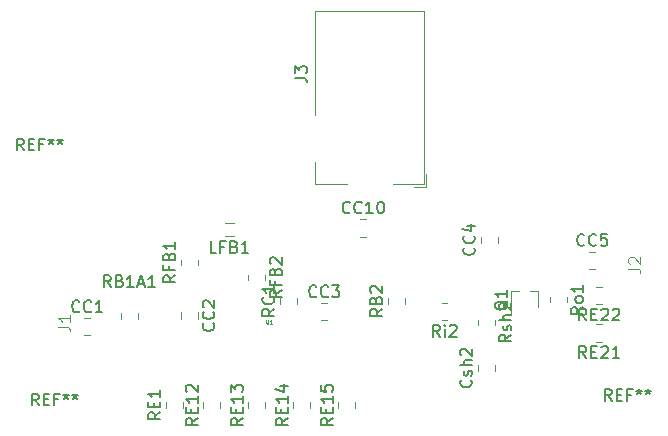
<source format=gbr>
%TF.GenerationSoftware,KiCad,Pcbnew,(5.1.9)-1*%
%TF.CreationDate,2021-01-30T17:29:18-05:00*%
%TF.ProjectId,LNA_1,4c4e415f-312e-46b6-9963-61645f706362,rev?*%
%TF.SameCoordinates,Original*%
%TF.FileFunction,Legend,Top*%
%TF.FilePolarity,Positive*%
%FSLAX46Y46*%
G04 Gerber Fmt 4.6, Leading zero omitted, Abs format (unit mm)*
G04 Created by KiCad (PCBNEW (5.1.9)-1) date 2021-01-30 17:29:18*
%MOMM*%
%LPD*%
G01*
G04 APERTURE LIST*
%ADD10C,0.120000*%
%ADD11C,0.015000*%
%ADD12C,0.150000*%
G04 APERTURE END LIST*
D10*
%TO.C,CC10*%
X112008748Y-60945000D02*
X112531252Y-60945000D01*
X112008748Y-59475000D02*
X112531252Y-59475000D01*
%TO.C,Q1*%
X126420000Y-65520000D02*
X127080000Y-65520000D01*
X124760000Y-65520000D02*
X125420000Y-65520000D01*
X124760000Y-65520000D02*
X124760000Y-67550000D01*
X127080000Y-66930000D02*
X127080000Y-65520000D01*
%TO.C,J3*%
X116526000Y-56726000D02*
X117576000Y-56726000D01*
X117576000Y-55676000D02*
X117576000Y-56726000D01*
X108176000Y-50626000D02*
X108176000Y-41826000D01*
X108176000Y-41826000D02*
X117376000Y-41826000D01*
X110876000Y-56526000D02*
X108176000Y-56526000D01*
X108176000Y-56526000D02*
X108176000Y-54626000D01*
X117376000Y-41826000D02*
X117376000Y-56526000D01*
X117376000Y-56526000D02*
X114776000Y-56526000D01*
%TO.C,CC1*%
X88638748Y-69315000D02*
X89161252Y-69315000D01*
X88638748Y-67845000D02*
X89161252Y-67845000D01*
%TO.C,CC2*%
X98271000Y-67368748D02*
X98271000Y-67891252D01*
X96801000Y-67368748D02*
X96801000Y-67891252D01*
%TO.C,CC3*%
X108704748Y-68045000D02*
X109227252Y-68045000D01*
X108704748Y-66575000D02*
X109227252Y-66575000D01*
%TO.C,CC4*%
X122201000Y-61475252D02*
X122201000Y-60952748D01*
X123671000Y-61475252D02*
X123671000Y-60952748D01*
%TO.C,CC5*%
X131385748Y-63685000D02*
X131908252Y-63685000D01*
X131385748Y-62215000D02*
X131908252Y-62215000D01*
%TO.C,Csh2*%
X121947000Y-72331252D02*
X121947000Y-71808748D01*
X123417000Y-72331252D02*
X123417000Y-71808748D01*
%TO.C,LFB1*%
X101318122Y-59765000D02*
X100518878Y-59765000D01*
X101318122Y-60885000D02*
X100518878Y-60885000D01*
%TO.C,RB2*%
X114327000Y-66624564D02*
X114327000Y-66170436D01*
X115797000Y-66624564D02*
X115797000Y-66170436D01*
%TO.C,RB1A1*%
X91721000Y-67894564D02*
X91721000Y-67440436D01*
X93191000Y-67894564D02*
X93191000Y-67440436D01*
%TO.C,RC1*%
X106653000Y-66624564D02*
X106653000Y-66170436D01*
X105183000Y-66624564D02*
X105183000Y-66170436D01*
%TO.C,RE1*%
X97001000Y-75434564D02*
X97001000Y-74980436D01*
X95531000Y-75434564D02*
X95531000Y-74980436D01*
%TO.C,RE12*%
X98706000Y-75434564D02*
X98706000Y-74980436D01*
X100176000Y-75434564D02*
X100176000Y-74980436D01*
%TO.C,RE13*%
X103986000Y-75434564D02*
X103986000Y-74980436D01*
X102516000Y-75434564D02*
X102516000Y-74980436D01*
%TO.C,RE14*%
X107796000Y-75434564D02*
X107796000Y-74980436D01*
X106326000Y-75434564D02*
X106326000Y-74980436D01*
%TO.C,RE15*%
X110136000Y-75434564D02*
X110136000Y-74980436D01*
X111606000Y-75434564D02*
X111606000Y-74980436D01*
%TO.C,RE21*%
X132461564Y-68380000D02*
X132007436Y-68380000D01*
X132461564Y-69850000D02*
X132007436Y-69850000D01*
%TO.C,RE22*%
X132461564Y-66675000D02*
X132007436Y-66675000D01*
X132461564Y-65205000D02*
X132007436Y-65205000D01*
%TO.C,RFB1*%
X96801000Y-63369564D02*
X96801000Y-62915436D01*
X98271000Y-63369564D02*
X98271000Y-62915436D01*
%TO.C,RFB2*%
X102516000Y-64185436D02*
X102516000Y-64639564D01*
X103986000Y-64185436D02*
X103986000Y-64639564D01*
%TO.C,Ri2*%
X119376564Y-66575000D02*
X118922436Y-66575000D01*
X119376564Y-68045000D02*
X118922436Y-68045000D01*
%TO.C,Ro1*%
X128043000Y-66066936D02*
X128043000Y-66521064D01*
X129513000Y-66066936D02*
X129513000Y-66521064D01*
%TO.C,Rsh2*%
X123417000Y-67995436D02*
X123417000Y-68449564D01*
X121947000Y-67995436D02*
X121947000Y-68449564D01*
%TO.C,J2*%
D11*
X134720710Y-63666383D02*
X135434996Y-63666383D01*
X135577853Y-63714002D01*
X135673091Y-63809240D01*
X135720710Y-63952097D01*
X135720710Y-64047335D01*
X134815949Y-63237811D02*
X134768330Y-63190192D01*
X134720710Y-63094954D01*
X134720710Y-62856859D01*
X134768330Y-62761621D01*
X134815949Y-62714002D01*
X134911187Y-62666383D01*
X135006425Y-62666383D01*
X135149282Y-62714002D01*
X135720710Y-63285430D01*
X135720710Y-62666383D01*
%TO.C,J1*%
X86434050Y-68572283D02*
X87148336Y-68572283D01*
X87291193Y-68619902D01*
X87386431Y-68715140D01*
X87434050Y-68857997D01*
X87434050Y-68953235D01*
X87434050Y-67572283D02*
X87434050Y-68143711D01*
X87434050Y-67857997D02*
X86434050Y-67857997D01*
X86576908Y-67953235D01*
X86672146Y-68048473D01*
X86719765Y-68143711D01*
%TO.C,CC10*%
D12*
X111127142Y-58887142D02*
X111079523Y-58934761D01*
X110936666Y-58982380D01*
X110841428Y-58982380D01*
X110698571Y-58934761D01*
X110603333Y-58839523D01*
X110555714Y-58744285D01*
X110508095Y-58553809D01*
X110508095Y-58410952D01*
X110555714Y-58220476D01*
X110603333Y-58125238D01*
X110698571Y-58030000D01*
X110841428Y-57982380D01*
X110936666Y-57982380D01*
X111079523Y-58030000D01*
X111127142Y-58077619D01*
X112127142Y-58887142D02*
X112079523Y-58934761D01*
X111936666Y-58982380D01*
X111841428Y-58982380D01*
X111698571Y-58934761D01*
X111603333Y-58839523D01*
X111555714Y-58744285D01*
X111508095Y-58553809D01*
X111508095Y-58410952D01*
X111555714Y-58220476D01*
X111603333Y-58125238D01*
X111698571Y-58030000D01*
X111841428Y-57982380D01*
X111936666Y-57982380D01*
X112079523Y-58030000D01*
X112127142Y-58077619D01*
X113079523Y-58982380D02*
X112508095Y-58982380D01*
X112793809Y-58982380D02*
X112793809Y-57982380D01*
X112698571Y-58125238D01*
X112603333Y-58220476D01*
X112508095Y-58268095D01*
X113698571Y-57982380D02*
X113793809Y-57982380D01*
X113889047Y-58030000D01*
X113936666Y-58077619D01*
X113984285Y-58172857D01*
X114031904Y-58363333D01*
X114031904Y-58601428D01*
X113984285Y-58791904D01*
X113936666Y-58887142D01*
X113889047Y-58934761D01*
X113793809Y-58982380D01*
X113698571Y-58982380D01*
X113603333Y-58934761D01*
X113555714Y-58887142D01*
X113508095Y-58791904D01*
X113460476Y-58601428D01*
X113460476Y-58363333D01*
X113508095Y-58172857D01*
X113555714Y-58077619D01*
X113603333Y-58030000D01*
X113698571Y-57982380D01*
%TO.C,Q1*%
X124517619Y-66395238D02*
X124470000Y-66490476D01*
X124374761Y-66585714D01*
X124231904Y-66728571D01*
X124184285Y-66823809D01*
X124184285Y-66919047D01*
X124422380Y-66871428D02*
X124374761Y-66966666D01*
X124279523Y-67061904D01*
X124089047Y-67109523D01*
X123755714Y-67109523D01*
X123565238Y-67061904D01*
X123470000Y-66966666D01*
X123422380Y-66871428D01*
X123422380Y-66680952D01*
X123470000Y-66585714D01*
X123565238Y-66490476D01*
X123755714Y-66442857D01*
X124089047Y-66442857D01*
X124279523Y-66490476D01*
X124374761Y-66585714D01*
X124422380Y-66680952D01*
X124422380Y-66871428D01*
X124422380Y-65490476D02*
X124422380Y-66061904D01*
X124422380Y-65776190D02*
X123422380Y-65776190D01*
X123565238Y-65871428D01*
X123660476Y-65966666D01*
X123708095Y-66061904D01*
%TO.C,J3*%
X106478380Y-47509333D02*
X107192666Y-47509333D01*
X107335523Y-47556952D01*
X107430761Y-47652190D01*
X107478380Y-47795047D01*
X107478380Y-47890285D01*
X106478380Y-47128380D02*
X106478380Y-46509333D01*
X106859333Y-46842666D01*
X106859333Y-46699809D01*
X106906952Y-46604571D01*
X106954571Y-46556952D01*
X107049809Y-46509333D01*
X107287904Y-46509333D01*
X107383142Y-46556952D01*
X107430761Y-46604571D01*
X107478380Y-46699809D01*
X107478380Y-46985523D01*
X107430761Y-47080761D01*
X107383142Y-47128380D01*
%TO.C,REF\u002A\u002A*%
X133286666Y-74857380D02*
X132953333Y-74381190D01*
X132715238Y-74857380D02*
X132715238Y-73857380D01*
X133096190Y-73857380D01*
X133191428Y-73905000D01*
X133239047Y-73952619D01*
X133286666Y-74047857D01*
X133286666Y-74190714D01*
X133239047Y-74285952D01*
X133191428Y-74333571D01*
X133096190Y-74381190D01*
X132715238Y-74381190D01*
X133715238Y-74333571D02*
X134048571Y-74333571D01*
X134191428Y-74857380D02*
X133715238Y-74857380D01*
X133715238Y-73857380D01*
X134191428Y-73857380D01*
X134953333Y-74333571D02*
X134620000Y-74333571D01*
X134620000Y-74857380D02*
X134620000Y-73857380D01*
X135096190Y-73857380D01*
X135620000Y-73857380D02*
X135620000Y-74095476D01*
X135381904Y-74000238D02*
X135620000Y-74095476D01*
X135858095Y-74000238D01*
X135477142Y-74285952D02*
X135620000Y-74095476D01*
X135762857Y-74285952D01*
X136381904Y-73857380D02*
X136381904Y-74095476D01*
X136143809Y-74000238D02*
X136381904Y-74095476D01*
X136620000Y-74000238D01*
X136239047Y-74285952D02*
X136381904Y-74095476D01*
X136524761Y-74285952D01*
X84772666Y-75238380D02*
X84439333Y-74762190D01*
X84201238Y-75238380D02*
X84201238Y-74238380D01*
X84582190Y-74238380D01*
X84677428Y-74286000D01*
X84725047Y-74333619D01*
X84772666Y-74428857D01*
X84772666Y-74571714D01*
X84725047Y-74666952D01*
X84677428Y-74714571D01*
X84582190Y-74762190D01*
X84201238Y-74762190D01*
X85201238Y-74714571D02*
X85534571Y-74714571D01*
X85677428Y-75238380D02*
X85201238Y-75238380D01*
X85201238Y-74238380D01*
X85677428Y-74238380D01*
X86439333Y-74714571D02*
X86106000Y-74714571D01*
X86106000Y-75238380D02*
X86106000Y-74238380D01*
X86582190Y-74238380D01*
X87106000Y-74238380D02*
X87106000Y-74476476D01*
X86867904Y-74381238D02*
X87106000Y-74476476D01*
X87344095Y-74381238D01*
X86963142Y-74666952D02*
X87106000Y-74476476D01*
X87248857Y-74666952D01*
X87867904Y-74238380D02*
X87867904Y-74476476D01*
X87629809Y-74381238D02*
X87867904Y-74476476D01*
X88106000Y-74381238D01*
X87725047Y-74666952D02*
X87867904Y-74476476D01*
X88010761Y-74666952D01*
X83502666Y-53648380D02*
X83169333Y-53172190D01*
X82931238Y-53648380D02*
X82931238Y-52648380D01*
X83312190Y-52648380D01*
X83407428Y-52696000D01*
X83455047Y-52743619D01*
X83502666Y-52838857D01*
X83502666Y-52981714D01*
X83455047Y-53076952D01*
X83407428Y-53124571D01*
X83312190Y-53172190D01*
X82931238Y-53172190D01*
X83931238Y-53124571D02*
X84264571Y-53124571D01*
X84407428Y-53648380D02*
X83931238Y-53648380D01*
X83931238Y-52648380D01*
X84407428Y-52648380D01*
X85169333Y-53124571D02*
X84836000Y-53124571D01*
X84836000Y-53648380D02*
X84836000Y-52648380D01*
X85312190Y-52648380D01*
X85836000Y-52648380D02*
X85836000Y-52886476D01*
X85597904Y-52791238D02*
X85836000Y-52886476D01*
X86074095Y-52791238D01*
X85693142Y-53076952D02*
X85836000Y-52886476D01*
X85978857Y-53076952D01*
X86597904Y-52648380D02*
X86597904Y-52886476D01*
X86359809Y-52791238D02*
X86597904Y-52886476D01*
X86836000Y-52791238D01*
X86455047Y-53076952D02*
X86597904Y-52886476D01*
X86740761Y-53076952D01*
%TO.C,CC1*%
X88233333Y-67257142D02*
X88185714Y-67304761D01*
X88042857Y-67352380D01*
X87947619Y-67352380D01*
X87804761Y-67304761D01*
X87709523Y-67209523D01*
X87661904Y-67114285D01*
X87614285Y-66923809D01*
X87614285Y-66780952D01*
X87661904Y-66590476D01*
X87709523Y-66495238D01*
X87804761Y-66400000D01*
X87947619Y-66352380D01*
X88042857Y-66352380D01*
X88185714Y-66400000D01*
X88233333Y-66447619D01*
X89233333Y-67257142D02*
X89185714Y-67304761D01*
X89042857Y-67352380D01*
X88947619Y-67352380D01*
X88804761Y-67304761D01*
X88709523Y-67209523D01*
X88661904Y-67114285D01*
X88614285Y-66923809D01*
X88614285Y-66780952D01*
X88661904Y-66590476D01*
X88709523Y-66495238D01*
X88804761Y-66400000D01*
X88947619Y-66352380D01*
X89042857Y-66352380D01*
X89185714Y-66400000D01*
X89233333Y-66447619D01*
X90185714Y-67352380D02*
X89614285Y-67352380D01*
X89900000Y-67352380D02*
X89900000Y-66352380D01*
X89804761Y-66495238D01*
X89709523Y-66590476D01*
X89614285Y-66638095D01*
%TO.C,CC2*%
X99573142Y-68296666D02*
X99620761Y-68344285D01*
X99668380Y-68487142D01*
X99668380Y-68582380D01*
X99620761Y-68725238D01*
X99525523Y-68820476D01*
X99430285Y-68868095D01*
X99239809Y-68915714D01*
X99096952Y-68915714D01*
X98906476Y-68868095D01*
X98811238Y-68820476D01*
X98716000Y-68725238D01*
X98668380Y-68582380D01*
X98668380Y-68487142D01*
X98716000Y-68344285D01*
X98763619Y-68296666D01*
X99573142Y-67296666D02*
X99620761Y-67344285D01*
X99668380Y-67487142D01*
X99668380Y-67582380D01*
X99620761Y-67725238D01*
X99525523Y-67820476D01*
X99430285Y-67868095D01*
X99239809Y-67915714D01*
X99096952Y-67915714D01*
X98906476Y-67868095D01*
X98811238Y-67820476D01*
X98716000Y-67725238D01*
X98668380Y-67582380D01*
X98668380Y-67487142D01*
X98716000Y-67344285D01*
X98763619Y-67296666D01*
X98763619Y-66915714D02*
X98716000Y-66868095D01*
X98668380Y-66772857D01*
X98668380Y-66534761D01*
X98716000Y-66439523D01*
X98763619Y-66391904D01*
X98858857Y-66344285D01*
X98954095Y-66344285D01*
X99096952Y-66391904D01*
X99668380Y-66963333D01*
X99668380Y-66344285D01*
%TO.C,CC3*%
X108299333Y-65987142D02*
X108251714Y-66034761D01*
X108108857Y-66082380D01*
X108013619Y-66082380D01*
X107870761Y-66034761D01*
X107775523Y-65939523D01*
X107727904Y-65844285D01*
X107680285Y-65653809D01*
X107680285Y-65510952D01*
X107727904Y-65320476D01*
X107775523Y-65225238D01*
X107870761Y-65130000D01*
X108013619Y-65082380D01*
X108108857Y-65082380D01*
X108251714Y-65130000D01*
X108299333Y-65177619D01*
X109299333Y-65987142D02*
X109251714Y-66034761D01*
X109108857Y-66082380D01*
X109013619Y-66082380D01*
X108870761Y-66034761D01*
X108775523Y-65939523D01*
X108727904Y-65844285D01*
X108680285Y-65653809D01*
X108680285Y-65510952D01*
X108727904Y-65320476D01*
X108775523Y-65225238D01*
X108870761Y-65130000D01*
X109013619Y-65082380D01*
X109108857Y-65082380D01*
X109251714Y-65130000D01*
X109299333Y-65177619D01*
X109632666Y-65082380D02*
X110251714Y-65082380D01*
X109918380Y-65463333D01*
X110061238Y-65463333D01*
X110156476Y-65510952D01*
X110204095Y-65558571D01*
X110251714Y-65653809D01*
X110251714Y-65891904D01*
X110204095Y-65987142D01*
X110156476Y-66034761D01*
X110061238Y-66082380D01*
X109775523Y-66082380D01*
X109680285Y-66034761D01*
X109632666Y-65987142D01*
%TO.C,CC4*%
X121613142Y-61880666D02*
X121660761Y-61928285D01*
X121708380Y-62071142D01*
X121708380Y-62166380D01*
X121660761Y-62309238D01*
X121565523Y-62404476D01*
X121470285Y-62452095D01*
X121279809Y-62499714D01*
X121136952Y-62499714D01*
X120946476Y-62452095D01*
X120851238Y-62404476D01*
X120756000Y-62309238D01*
X120708380Y-62166380D01*
X120708380Y-62071142D01*
X120756000Y-61928285D01*
X120803619Y-61880666D01*
X121613142Y-60880666D02*
X121660761Y-60928285D01*
X121708380Y-61071142D01*
X121708380Y-61166380D01*
X121660761Y-61309238D01*
X121565523Y-61404476D01*
X121470285Y-61452095D01*
X121279809Y-61499714D01*
X121136952Y-61499714D01*
X120946476Y-61452095D01*
X120851238Y-61404476D01*
X120756000Y-61309238D01*
X120708380Y-61166380D01*
X120708380Y-61071142D01*
X120756000Y-60928285D01*
X120803619Y-60880666D01*
X121041714Y-60023523D02*
X121708380Y-60023523D01*
X120660761Y-60261619D02*
X121375047Y-60499714D01*
X121375047Y-59880666D01*
%TO.C,CC5*%
X130980333Y-61627142D02*
X130932714Y-61674761D01*
X130789857Y-61722380D01*
X130694619Y-61722380D01*
X130551761Y-61674761D01*
X130456523Y-61579523D01*
X130408904Y-61484285D01*
X130361285Y-61293809D01*
X130361285Y-61150952D01*
X130408904Y-60960476D01*
X130456523Y-60865238D01*
X130551761Y-60770000D01*
X130694619Y-60722380D01*
X130789857Y-60722380D01*
X130932714Y-60770000D01*
X130980333Y-60817619D01*
X131980333Y-61627142D02*
X131932714Y-61674761D01*
X131789857Y-61722380D01*
X131694619Y-61722380D01*
X131551761Y-61674761D01*
X131456523Y-61579523D01*
X131408904Y-61484285D01*
X131361285Y-61293809D01*
X131361285Y-61150952D01*
X131408904Y-60960476D01*
X131456523Y-60865238D01*
X131551761Y-60770000D01*
X131694619Y-60722380D01*
X131789857Y-60722380D01*
X131932714Y-60770000D01*
X131980333Y-60817619D01*
X132885095Y-60722380D02*
X132408904Y-60722380D01*
X132361285Y-61198571D01*
X132408904Y-61150952D01*
X132504142Y-61103333D01*
X132742238Y-61103333D01*
X132837476Y-61150952D01*
X132885095Y-61198571D01*
X132932714Y-61293809D01*
X132932714Y-61531904D01*
X132885095Y-61627142D01*
X132837476Y-61674761D01*
X132742238Y-61722380D01*
X132504142Y-61722380D01*
X132408904Y-61674761D01*
X132361285Y-61627142D01*
%TO.C,Csh2*%
X121359142Y-73093809D02*
X121406761Y-73141428D01*
X121454380Y-73284285D01*
X121454380Y-73379523D01*
X121406761Y-73522380D01*
X121311523Y-73617619D01*
X121216285Y-73665238D01*
X121025809Y-73712857D01*
X120882952Y-73712857D01*
X120692476Y-73665238D01*
X120597238Y-73617619D01*
X120502000Y-73522380D01*
X120454380Y-73379523D01*
X120454380Y-73284285D01*
X120502000Y-73141428D01*
X120549619Y-73093809D01*
X121406761Y-72712857D02*
X121454380Y-72617619D01*
X121454380Y-72427142D01*
X121406761Y-72331904D01*
X121311523Y-72284285D01*
X121263904Y-72284285D01*
X121168666Y-72331904D01*
X121121047Y-72427142D01*
X121121047Y-72570000D01*
X121073428Y-72665238D01*
X120978190Y-72712857D01*
X120930571Y-72712857D01*
X120835333Y-72665238D01*
X120787714Y-72570000D01*
X120787714Y-72427142D01*
X120835333Y-72331904D01*
X121454380Y-71855714D02*
X120454380Y-71855714D01*
X121454380Y-71427142D02*
X120930571Y-71427142D01*
X120835333Y-71474761D01*
X120787714Y-71570000D01*
X120787714Y-71712857D01*
X120835333Y-71808095D01*
X120882952Y-71855714D01*
X120549619Y-70998571D02*
X120502000Y-70950952D01*
X120454380Y-70855714D01*
X120454380Y-70617619D01*
X120502000Y-70522380D01*
X120549619Y-70474761D01*
X120644857Y-70427142D01*
X120740095Y-70427142D01*
X120882952Y-70474761D01*
X121454380Y-71046190D01*
X121454380Y-70427142D01*
%TO.C,LFB1*%
X99823261Y-62327380D02*
X99347071Y-62327380D01*
X99347071Y-61327380D01*
X100489928Y-61803571D02*
X100156595Y-61803571D01*
X100156595Y-62327380D02*
X100156595Y-61327380D01*
X100632785Y-61327380D01*
X101347071Y-61803571D02*
X101489928Y-61851190D01*
X101537547Y-61898809D01*
X101585166Y-61994047D01*
X101585166Y-62136904D01*
X101537547Y-62232142D01*
X101489928Y-62279761D01*
X101394690Y-62327380D01*
X101013738Y-62327380D01*
X101013738Y-61327380D01*
X101347071Y-61327380D01*
X101442309Y-61375000D01*
X101489928Y-61422619D01*
X101537547Y-61517857D01*
X101537547Y-61613095D01*
X101489928Y-61708333D01*
X101442309Y-61755952D01*
X101347071Y-61803571D01*
X101013738Y-61803571D01*
X102537547Y-62327380D02*
X101966119Y-62327380D01*
X102251833Y-62327380D02*
X102251833Y-61327380D01*
X102156595Y-61470238D01*
X102061357Y-61565476D01*
X101966119Y-61613095D01*
%TO.C,RB2*%
X113864380Y-67064166D02*
X113388190Y-67397500D01*
X113864380Y-67635595D02*
X112864380Y-67635595D01*
X112864380Y-67254642D01*
X112912000Y-67159404D01*
X112959619Y-67111785D01*
X113054857Y-67064166D01*
X113197714Y-67064166D01*
X113292952Y-67111785D01*
X113340571Y-67159404D01*
X113388190Y-67254642D01*
X113388190Y-67635595D01*
X113340571Y-66302261D02*
X113388190Y-66159404D01*
X113435809Y-66111785D01*
X113531047Y-66064166D01*
X113673904Y-66064166D01*
X113769142Y-66111785D01*
X113816761Y-66159404D01*
X113864380Y-66254642D01*
X113864380Y-66635595D01*
X112864380Y-66635595D01*
X112864380Y-66302261D01*
X112912000Y-66207023D01*
X112959619Y-66159404D01*
X113054857Y-66111785D01*
X113150095Y-66111785D01*
X113245333Y-66159404D01*
X113292952Y-66207023D01*
X113340571Y-66302261D01*
X113340571Y-66635595D01*
X112959619Y-65683214D02*
X112912000Y-65635595D01*
X112864380Y-65540357D01*
X112864380Y-65302261D01*
X112912000Y-65207023D01*
X112959619Y-65159404D01*
X113054857Y-65111785D01*
X113150095Y-65111785D01*
X113292952Y-65159404D01*
X113864380Y-65730833D01*
X113864380Y-65111785D01*
%TO.C,RB1A1*%
X90884571Y-65222380D02*
X90551238Y-64746190D01*
X90313142Y-65222380D02*
X90313142Y-64222380D01*
X90694095Y-64222380D01*
X90789333Y-64270000D01*
X90836952Y-64317619D01*
X90884571Y-64412857D01*
X90884571Y-64555714D01*
X90836952Y-64650952D01*
X90789333Y-64698571D01*
X90694095Y-64746190D01*
X90313142Y-64746190D01*
X91646476Y-64698571D02*
X91789333Y-64746190D01*
X91836952Y-64793809D01*
X91884571Y-64889047D01*
X91884571Y-65031904D01*
X91836952Y-65127142D01*
X91789333Y-65174761D01*
X91694095Y-65222380D01*
X91313142Y-65222380D01*
X91313142Y-64222380D01*
X91646476Y-64222380D01*
X91741714Y-64270000D01*
X91789333Y-64317619D01*
X91836952Y-64412857D01*
X91836952Y-64508095D01*
X91789333Y-64603333D01*
X91741714Y-64650952D01*
X91646476Y-64698571D01*
X91313142Y-64698571D01*
X92836952Y-65222380D02*
X92265523Y-65222380D01*
X92551238Y-65222380D02*
X92551238Y-64222380D01*
X92456000Y-64365238D01*
X92360761Y-64460476D01*
X92265523Y-64508095D01*
X93217904Y-64936666D02*
X93694095Y-64936666D01*
X93122666Y-65222380D02*
X93456000Y-64222380D01*
X93789333Y-65222380D01*
X94646476Y-65222380D02*
X94075047Y-65222380D01*
X94360761Y-65222380D02*
X94360761Y-64222380D01*
X94265523Y-64365238D01*
X94170285Y-64460476D01*
X94075047Y-64508095D01*
%TO.C,RC1*%
X104720380Y-67064166D02*
X104244190Y-67397500D01*
X104720380Y-67635595D02*
X103720380Y-67635595D01*
X103720380Y-67254642D01*
X103768000Y-67159404D01*
X103815619Y-67111785D01*
X103910857Y-67064166D01*
X104053714Y-67064166D01*
X104148952Y-67111785D01*
X104196571Y-67159404D01*
X104244190Y-67254642D01*
X104244190Y-67635595D01*
X104625142Y-66064166D02*
X104672761Y-66111785D01*
X104720380Y-66254642D01*
X104720380Y-66349880D01*
X104672761Y-66492738D01*
X104577523Y-66587976D01*
X104482285Y-66635595D01*
X104291809Y-66683214D01*
X104148952Y-66683214D01*
X103958476Y-66635595D01*
X103863238Y-66587976D01*
X103768000Y-66492738D01*
X103720380Y-66349880D01*
X103720380Y-66254642D01*
X103768000Y-66111785D01*
X103815619Y-66064166D01*
X104720380Y-65111785D02*
X104720380Y-65683214D01*
X104720380Y-65397500D02*
X103720380Y-65397500D01*
X103863238Y-65492738D01*
X103958476Y-65587976D01*
X104006095Y-65683214D01*
%TO.C,RE1*%
X95068380Y-75826547D02*
X94592190Y-76159880D01*
X95068380Y-76397976D02*
X94068380Y-76397976D01*
X94068380Y-76017023D01*
X94116000Y-75921785D01*
X94163619Y-75874166D01*
X94258857Y-75826547D01*
X94401714Y-75826547D01*
X94496952Y-75874166D01*
X94544571Y-75921785D01*
X94592190Y-76017023D01*
X94592190Y-76397976D01*
X94544571Y-75397976D02*
X94544571Y-75064642D01*
X95068380Y-74921785D02*
X95068380Y-75397976D01*
X94068380Y-75397976D01*
X94068380Y-74921785D01*
X95068380Y-73969404D02*
X95068380Y-74540833D01*
X95068380Y-74255119D02*
X94068380Y-74255119D01*
X94211238Y-74350357D01*
X94306476Y-74445595D01*
X94354095Y-74540833D01*
%TO.C,RE12*%
X98243380Y-76302738D02*
X97767190Y-76636071D01*
X98243380Y-76874166D02*
X97243380Y-76874166D01*
X97243380Y-76493214D01*
X97291000Y-76397976D01*
X97338619Y-76350357D01*
X97433857Y-76302738D01*
X97576714Y-76302738D01*
X97671952Y-76350357D01*
X97719571Y-76397976D01*
X97767190Y-76493214D01*
X97767190Y-76874166D01*
X97719571Y-75874166D02*
X97719571Y-75540833D01*
X98243380Y-75397976D02*
X98243380Y-75874166D01*
X97243380Y-75874166D01*
X97243380Y-75397976D01*
X98243380Y-74445595D02*
X98243380Y-75017023D01*
X98243380Y-74731309D02*
X97243380Y-74731309D01*
X97386238Y-74826547D01*
X97481476Y-74921785D01*
X97529095Y-75017023D01*
X97338619Y-74064642D02*
X97291000Y-74017023D01*
X97243380Y-73921785D01*
X97243380Y-73683690D01*
X97291000Y-73588452D01*
X97338619Y-73540833D01*
X97433857Y-73493214D01*
X97529095Y-73493214D01*
X97671952Y-73540833D01*
X98243380Y-74112261D01*
X98243380Y-73493214D01*
%TO.C,RE13*%
X102053380Y-76302738D02*
X101577190Y-76636071D01*
X102053380Y-76874166D02*
X101053380Y-76874166D01*
X101053380Y-76493214D01*
X101101000Y-76397976D01*
X101148619Y-76350357D01*
X101243857Y-76302738D01*
X101386714Y-76302738D01*
X101481952Y-76350357D01*
X101529571Y-76397976D01*
X101577190Y-76493214D01*
X101577190Y-76874166D01*
X101529571Y-75874166D02*
X101529571Y-75540833D01*
X102053380Y-75397976D02*
X102053380Y-75874166D01*
X101053380Y-75874166D01*
X101053380Y-75397976D01*
X102053380Y-74445595D02*
X102053380Y-75017023D01*
X102053380Y-74731309D02*
X101053380Y-74731309D01*
X101196238Y-74826547D01*
X101291476Y-74921785D01*
X101339095Y-75017023D01*
X101053380Y-74112261D02*
X101053380Y-73493214D01*
X101434333Y-73826547D01*
X101434333Y-73683690D01*
X101481952Y-73588452D01*
X101529571Y-73540833D01*
X101624809Y-73493214D01*
X101862904Y-73493214D01*
X101958142Y-73540833D01*
X102005761Y-73588452D01*
X102053380Y-73683690D01*
X102053380Y-73969404D01*
X102005761Y-74064642D01*
X101958142Y-74112261D01*
%TO.C,RE14*%
X105863380Y-76302738D02*
X105387190Y-76636071D01*
X105863380Y-76874166D02*
X104863380Y-76874166D01*
X104863380Y-76493214D01*
X104911000Y-76397976D01*
X104958619Y-76350357D01*
X105053857Y-76302738D01*
X105196714Y-76302738D01*
X105291952Y-76350357D01*
X105339571Y-76397976D01*
X105387190Y-76493214D01*
X105387190Y-76874166D01*
X105339571Y-75874166D02*
X105339571Y-75540833D01*
X105863380Y-75397976D02*
X105863380Y-75874166D01*
X104863380Y-75874166D01*
X104863380Y-75397976D01*
X105863380Y-74445595D02*
X105863380Y-75017023D01*
X105863380Y-74731309D02*
X104863380Y-74731309D01*
X105006238Y-74826547D01*
X105101476Y-74921785D01*
X105149095Y-75017023D01*
X105196714Y-73588452D02*
X105863380Y-73588452D01*
X104815761Y-73826547D02*
X105530047Y-74064642D01*
X105530047Y-73445595D01*
%TO.C,RE15*%
X109673380Y-76302738D02*
X109197190Y-76636071D01*
X109673380Y-76874166D02*
X108673380Y-76874166D01*
X108673380Y-76493214D01*
X108721000Y-76397976D01*
X108768619Y-76350357D01*
X108863857Y-76302738D01*
X109006714Y-76302738D01*
X109101952Y-76350357D01*
X109149571Y-76397976D01*
X109197190Y-76493214D01*
X109197190Y-76874166D01*
X109149571Y-75874166D02*
X109149571Y-75540833D01*
X109673380Y-75397976D02*
X109673380Y-75874166D01*
X108673380Y-75874166D01*
X108673380Y-75397976D01*
X109673380Y-74445595D02*
X109673380Y-75017023D01*
X109673380Y-74731309D02*
X108673380Y-74731309D01*
X108816238Y-74826547D01*
X108911476Y-74921785D01*
X108959095Y-75017023D01*
X108673380Y-73540833D02*
X108673380Y-74017023D01*
X109149571Y-74064642D01*
X109101952Y-74017023D01*
X109054333Y-73921785D01*
X109054333Y-73683690D01*
X109101952Y-73588452D01*
X109149571Y-73540833D01*
X109244809Y-73493214D01*
X109482904Y-73493214D01*
X109578142Y-73540833D01*
X109625761Y-73588452D01*
X109673380Y-73683690D01*
X109673380Y-73921785D01*
X109625761Y-74017023D01*
X109578142Y-74064642D01*
%TO.C,RE21*%
X131139261Y-71217380D02*
X130805928Y-70741190D01*
X130567833Y-71217380D02*
X130567833Y-70217380D01*
X130948785Y-70217380D01*
X131044023Y-70265000D01*
X131091642Y-70312619D01*
X131139261Y-70407857D01*
X131139261Y-70550714D01*
X131091642Y-70645952D01*
X131044023Y-70693571D01*
X130948785Y-70741190D01*
X130567833Y-70741190D01*
X131567833Y-70693571D02*
X131901166Y-70693571D01*
X132044023Y-71217380D02*
X131567833Y-71217380D01*
X131567833Y-70217380D01*
X132044023Y-70217380D01*
X132424976Y-70312619D02*
X132472595Y-70265000D01*
X132567833Y-70217380D01*
X132805928Y-70217380D01*
X132901166Y-70265000D01*
X132948785Y-70312619D01*
X132996404Y-70407857D01*
X132996404Y-70503095D01*
X132948785Y-70645952D01*
X132377357Y-71217380D01*
X132996404Y-71217380D01*
X133948785Y-71217380D02*
X133377357Y-71217380D01*
X133663071Y-71217380D02*
X133663071Y-70217380D01*
X133567833Y-70360238D01*
X133472595Y-70455476D01*
X133377357Y-70503095D01*
%TO.C,RE22*%
X131139261Y-68042380D02*
X130805928Y-67566190D01*
X130567833Y-68042380D02*
X130567833Y-67042380D01*
X130948785Y-67042380D01*
X131044023Y-67090000D01*
X131091642Y-67137619D01*
X131139261Y-67232857D01*
X131139261Y-67375714D01*
X131091642Y-67470952D01*
X131044023Y-67518571D01*
X130948785Y-67566190D01*
X130567833Y-67566190D01*
X131567833Y-67518571D02*
X131901166Y-67518571D01*
X132044023Y-68042380D02*
X131567833Y-68042380D01*
X131567833Y-67042380D01*
X132044023Y-67042380D01*
X132424976Y-67137619D02*
X132472595Y-67090000D01*
X132567833Y-67042380D01*
X132805928Y-67042380D01*
X132901166Y-67090000D01*
X132948785Y-67137619D01*
X132996404Y-67232857D01*
X132996404Y-67328095D01*
X132948785Y-67470952D01*
X132377357Y-68042380D01*
X132996404Y-68042380D01*
X133377357Y-67137619D02*
X133424976Y-67090000D01*
X133520214Y-67042380D01*
X133758309Y-67042380D01*
X133853547Y-67090000D01*
X133901166Y-67137619D01*
X133948785Y-67232857D01*
X133948785Y-67328095D01*
X133901166Y-67470952D01*
X133329738Y-68042380D01*
X133948785Y-68042380D01*
%TO.C,RFB1*%
X96338380Y-64237738D02*
X95862190Y-64571071D01*
X96338380Y-64809166D02*
X95338380Y-64809166D01*
X95338380Y-64428214D01*
X95386000Y-64332976D01*
X95433619Y-64285357D01*
X95528857Y-64237738D01*
X95671714Y-64237738D01*
X95766952Y-64285357D01*
X95814571Y-64332976D01*
X95862190Y-64428214D01*
X95862190Y-64809166D01*
X95814571Y-63475833D02*
X95814571Y-63809166D01*
X96338380Y-63809166D02*
X95338380Y-63809166D01*
X95338380Y-63332976D01*
X95814571Y-62618690D02*
X95862190Y-62475833D01*
X95909809Y-62428214D01*
X96005047Y-62380595D01*
X96147904Y-62380595D01*
X96243142Y-62428214D01*
X96290761Y-62475833D01*
X96338380Y-62571071D01*
X96338380Y-62952023D01*
X95338380Y-62952023D01*
X95338380Y-62618690D01*
X95386000Y-62523452D01*
X95433619Y-62475833D01*
X95528857Y-62428214D01*
X95624095Y-62428214D01*
X95719333Y-62475833D01*
X95766952Y-62523452D01*
X95814571Y-62618690D01*
X95814571Y-62952023D01*
X96338380Y-61428214D02*
X96338380Y-61999642D01*
X96338380Y-61713928D02*
X95338380Y-61713928D01*
X95481238Y-61809166D01*
X95576476Y-61904404D01*
X95624095Y-61999642D01*
%TO.C,RFB2*%
X105353380Y-65507738D02*
X104877190Y-65841071D01*
X105353380Y-66079166D02*
X104353380Y-66079166D01*
X104353380Y-65698214D01*
X104401000Y-65602976D01*
X104448619Y-65555357D01*
X104543857Y-65507738D01*
X104686714Y-65507738D01*
X104781952Y-65555357D01*
X104829571Y-65602976D01*
X104877190Y-65698214D01*
X104877190Y-66079166D01*
X104829571Y-64745833D02*
X104829571Y-65079166D01*
X105353380Y-65079166D02*
X104353380Y-65079166D01*
X104353380Y-64602976D01*
X104829571Y-63888690D02*
X104877190Y-63745833D01*
X104924809Y-63698214D01*
X105020047Y-63650595D01*
X105162904Y-63650595D01*
X105258142Y-63698214D01*
X105305761Y-63745833D01*
X105353380Y-63841071D01*
X105353380Y-64222023D01*
X104353380Y-64222023D01*
X104353380Y-63888690D01*
X104401000Y-63793452D01*
X104448619Y-63745833D01*
X104543857Y-63698214D01*
X104639095Y-63698214D01*
X104734333Y-63745833D01*
X104781952Y-63793452D01*
X104829571Y-63888690D01*
X104829571Y-64222023D01*
X104448619Y-63269642D02*
X104401000Y-63222023D01*
X104353380Y-63126785D01*
X104353380Y-62888690D01*
X104401000Y-62793452D01*
X104448619Y-62745833D01*
X104543857Y-62698214D01*
X104639095Y-62698214D01*
X104781952Y-62745833D01*
X105353380Y-63317261D01*
X105353380Y-62698214D01*
%TO.C,Ri2*%
X118744738Y-69412380D02*
X118411404Y-68936190D01*
X118173309Y-69412380D02*
X118173309Y-68412380D01*
X118554261Y-68412380D01*
X118649500Y-68460000D01*
X118697119Y-68507619D01*
X118744738Y-68602857D01*
X118744738Y-68745714D01*
X118697119Y-68840952D01*
X118649500Y-68888571D01*
X118554261Y-68936190D01*
X118173309Y-68936190D01*
X119173309Y-69412380D02*
X119173309Y-68745714D01*
X119173309Y-68412380D02*
X119125690Y-68460000D01*
X119173309Y-68507619D01*
X119220928Y-68460000D01*
X119173309Y-68412380D01*
X119173309Y-68507619D01*
X119601880Y-68507619D02*
X119649500Y-68460000D01*
X119744738Y-68412380D01*
X119982833Y-68412380D01*
X120078071Y-68460000D01*
X120125690Y-68507619D01*
X120173309Y-68602857D01*
X120173309Y-68698095D01*
X120125690Y-68840952D01*
X119554261Y-69412380D01*
X120173309Y-69412380D01*
%TO.C,Ro1*%
X130880380Y-66913047D02*
X130404190Y-67246380D01*
X130880380Y-67484476D02*
X129880380Y-67484476D01*
X129880380Y-67103523D01*
X129928000Y-67008285D01*
X129975619Y-66960666D01*
X130070857Y-66913047D01*
X130213714Y-66913047D01*
X130308952Y-66960666D01*
X130356571Y-67008285D01*
X130404190Y-67103523D01*
X130404190Y-67484476D01*
X130880380Y-66341619D02*
X130832761Y-66436857D01*
X130785142Y-66484476D01*
X130689904Y-66532095D01*
X130404190Y-66532095D01*
X130308952Y-66484476D01*
X130261333Y-66436857D01*
X130213714Y-66341619D01*
X130213714Y-66198761D01*
X130261333Y-66103523D01*
X130308952Y-66055904D01*
X130404190Y-66008285D01*
X130689904Y-66008285D01*
X130785142Y-66055904D01*
X130832761Y-66103523D01*
X130880380Y-66198761D01*
X130880380Y-66341619D01*
X130880380Y-65055904D02*
X130880380Y-65627333D01*
X130880380Y-65341619D02*
X129880380Y-65341619D01*
X130023238Y-65436857D01*
X130118476Y-65532095D01*
X130166095Y-65627333D01*
%TO.C,Rsh2*%
X124784380Y-69246309D02*
X124308190Y-69579642D01*
X124784380Y-69817738D02*
X123784380Y-69817738D01*
X123784380Y-69436785D01*
X123832000Y-69341547D01*
X123879619Y-69293928D01*
X123974857Y-69246309D01*
X124117714Y-69246309D01*
X124212952Y-69293928D01*
X124260571Y-69341547D01*
X124308190Y-69436785D01*
X124308190Y-69817738D01*
X124736761Y-68865357D02*
X124784380Y-68770119D01*
X124784380Y-68579642D01*
X124736761Y-68484404D01*
X124641523Y-68436785D01*
X124593904Y-68436785D01*
X124498666Y-68484404D01*
X124451047Y-68579642D01*
X124451047Y-68722500D01*
X124403428Y-68817738D01*
X124308190Y-68865357D01*
X124260571Y-68865357D01*
X124165333Y-68817738D01*
X124117714Y-68722500D01*
X124117714Y-68579642D01*
X124165333Y-68484404D01*
X124784380Y-68008214D02*
X123784380Y-68008214D01*
X124784380Y-67579642D02*
X124260571Y-67579642D01*
X124165333Y-67627261D01*
X124117714Y-67722500D01*
X124117714Y-67865357D01*
X124165333Y-67960595D01*
X124212952Y-68008214D01*
X123879619Y-67151071D02*
X123832000Y-67103452D01*
X123784380Y-67008214D01*
X123784380Y-66770119D01*
X123832000Y-66674880D01*
X123879619Y-66627261D01*
X123974857Y-66579642D01*
X124070095Y-66579642D01*
X124212952Y-66627261D01*
X124784380Y-67198690D01*
X124784380Y-66579642D01*
%TO.C,U1*%
D11*
X104051049Y-67997519D02*
X104051049Y-68252490D01*
X104066048Y-68282487D01*
X104081046Y-68297485D01*
X104111043Y-68312484D01*
X104171036Y-68312484D01*
X104201033Y-68297485D01*
X104216031Y-68282487D01*
X104231029Y-68252490D01*
X104231029Y-67997519D01*
X104545994Y-68312484D02*
X104366014Y-68312484D01*
X104456004Y-68312484D02*
X104456004Y-67997519D01*
X104426008Y-68042514D01*
X104396011Y-68072510D01*
X104366014Y-68087509D01*
%TD*%
M02*

</source>
